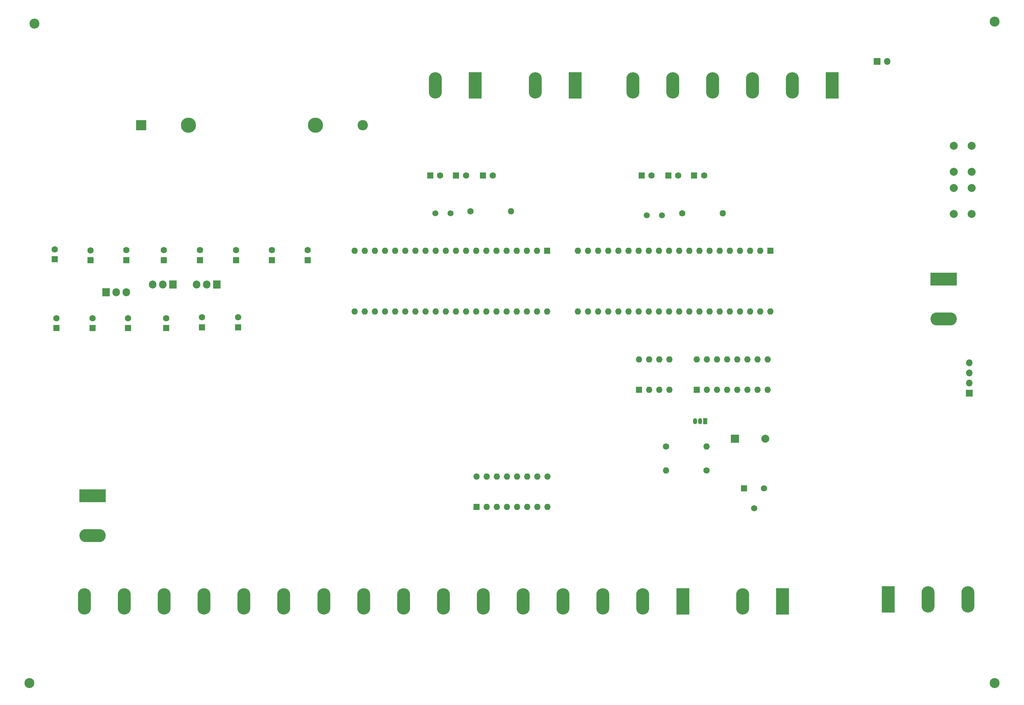
<source format=gbs>
%TF.GenerationSoftware,KiCad,Pcbnew,(6.0.4)*%
%TF.CreationDate,2022-06-08T08:46:44+05:30*%
%TF.ProjectId,Full PCB,46756c6c-2050-4434-922e-6b696361645f,Group 18*%
%TF.SameCoordinates,Original*%
%TF.FileFunction,Soldermask,Bot*%
%TF.FilePolarity,Negative*%
%FSLAX46Y46*%
G04 Gerber Fmt 4.6, Leading zero omitted, Abs format (unit mm)*
G04 Created by KiCad (PCBNEW (6.0.4)) date 2022-06-08 08:46:44*
%MOMM*%
%LPD*%
G01*
G04 APERTURE LIST*
%ADD10R,1.600000X1.600000*%
%ADD11C,1.600000*%
%ADD12R,2.000000X2.000000*%
%ADD13C,2.000000*%
%ADD14C,1.500000*%
%ADD15C,3.800000*%
%ADD16R,2.600000X2.600000*%
%ADD17C,2.600000*%
%ADD18R,3.300000X6.600000*%
%ADD19O,3.300000X6.600000*%
%ADD20R,1.700000X1.700000*%
%ADD21O,1.700000X1.700000*%
%ADD22O,1.600000X1.600000*%
%ADD23R,1.050000X1.500000*%
%ADD24O,1.050000X1.500000*%
%ADD25C,2.500000*%
%ADD26R,1.905000X2.000000*%
%ADD27O,1.905000X2.000000*%
%ADD28R,6.600000X3.300000*%
%ADD29O,6.600000X3.300000*%
%ADD30R,1.560000X1.560000*%
%ADD31C,1.560000*%
G04 APERTURE END LIST*
D10*
%TO.C,C1*%
X179793233Y-185910225D03*
D11*
X179793233Y-183410225D03*
%TD*%
D12*
%TO.C,BZ1*%
X349868233Y-213625000D03*
D13*
X357468233Y-213625000D03*
%TD*%
%TO.C,SW2*%
X404750000Y-150750000D03*
X404750000Y-157250000D03*
X409250000Y-150750000D03*
X409250000Y-157250000D03*
%TD*%
D10*
%TO.C,C3*%
X197703233Y-185910225D03*
D11*
X197703233Y-183410225D03*
%TD*%
D14*
%TO.C,Crystal2*%
X327768233Y-157625000D03*
X331568233Y-157625000D03*
%TD*%
D10*
%TO.C,C13*%
X233793233Y-168865337D03*
D11*
X233793233Y-166365337D03*
%TD*%
D10*
%TO.C,C18*%
X326463121Y-147625000D03*
D11*
X328963121Y-147625000D03*
%TD*%
D14*
%TO.C,Crystal1*%
X274768233Y-157125000D03*
X278568233Y-157125000D03*
%TD*%
D15*
%TO.C,14.8V1*%
X244693233Y-135000000D03*
X212893233Y-135000000D03*
D16*
X200993233Y-135000000D03*
D17*
X256593233Y-135000000D03*
%TD*%
D18*
%TO.C,LCD1*%
X374293233Y-125000000D03*
D19*
X364293233Y-125000000D03*
X354293233Y-125000000D03*
X344293233Y-125000000D03*
X334293233Y-125000000D03*
X324293233Y-125000000D03*
%TD*%
D20*
%TO.C,DCMotor1*%
X408668233Y-202205000D03*
D21*
X408668233Y-199665000D03*
X408668233Y-197125000D03*
X408668233Y-194585000D03*
%TD*%
D10*
%TO.C,U5*%
X325868233Y-201425000D03*
D22*
X328408233Y-201425000D03*
X330948233Y-201425000D03*
X333488233Y-201425000D03*
X333488233Y-193805000D03*
X330948233Y-193805000D03*
X328408233Y-193805000D03*
X325868233Y-193805000D03*
%TD*%
D23*
%TO.C,Q1*%
X342438233Y-209265000D03*
D24*
X341168233Y-209265000D03*
X339898233Y-209265000D03*
%TD*%
D10*
%TO.C,C15*%
X273463121Y-147625000D03*
D11*
X275963121Y-147625000D03*
%TD*%
D10*
%TO.C,C14*%
X242793233Y-168865337D03*
D11*
X242793233Y-166365337D03*
%TD*%
D20*
%TO.C,Servo2*%
X385543233Y-118975000D03*
D21*
X388083233Y-118975000D03*
%TD*%
D25*
%TO.C,REF\u002A\u002A*%
X415000000Y-275000000D03*
%TD*%
D18*
%TO.C,RXD1*%
X284793233Y-125000000D03*
D19*
X274793233Y-125000000D03*
%TD*%
D26*
%TO.C,U1*%
X192253233Y-176945000D03*
D27*
X194793233Y-176945000D03*
X197333233Y-176945000D03*
%TD*%
D28*
%TO.C,GSM1*%
X188793233Y-228000000D03*
D29*
X188793233Y-238000000D03*
%TD*%
D10*
%TO.C,SECONDARY1*%
X302793233Y-166500000D03*
D22*
X300253233Y-166500000D03*
X297713233Y-166500000D03*
X295173233Y-166500000D03*
X292633233Y-166500000D03*
X290093233Y-166500000D03*
X287553233Y-166500000D03*
X285013233Y-166500000D03*
X282473233Y-166500000D03*
X279933233Y-166500000D03*
X277393233Y-166500000D03*
X274853233Y-166500000D03*
X272313233Y-166500000D03*
X269773233Y-166500000D03*
X267233233Y-166500000D03*
X264693233Y-166500000D03*
X262153233Y-166500000D03*
X259613233Y-166500000D03*
X257073233Y-166500000D03*
X254533233Y-166500000D03*
X254533233Y-181740000D03*
X257073233Y-181740000D03*
X259613233Y-181740000D03*
X262153233Y-181740000D03*
X264693233Y-181740000D03*
X267233233Y-181740000D03*
X269773233Y-181740000D03*
X272313233Y-181740000D03*
X274853233Y-181740000D03*
X277393233Y-181740000D03*
X279933233Y-181740000D03*
X282473233Y-181740000D03*
X285013233Y-181740000D03*
X287553233Y-181740000D03*
X290093233Y-181740000D03*
X292633233Y-181740000D03*
X295173233Y-181740000D03*
X297713233Y-181740000D03*
X300253233Y-181740000D03*
X302793233Y-181740000D03*
%TD*%
D25*
%TO.C,REF\u002A\u002A*%
X173000000Y-275000000D03*
%TD*%
D10*
%TO.C,C12*%
X224793233Y-168865337D03*
D11*
X224793233Y-166365337D03*
%TD*%
D26*
%TO.C,U2*%
X209000000Y-175000000D03*
D27*
X206460000Y-175000000D03*
X203920000Y-175000000D03*
%TD*%
D30*
%TO.C,RV2*%
X352168233Y-226125000D03*
D31*
X354668233Y-231125000D03*
X357168233Y-226125000D03*
%TD*%
D11*
%TO.C,R3*%
X342748233Y-221625000D03*
D22*
X332588233Y-221625000D03*
%TD*%
D28*
%TO.C,OpticalEncoder1*%
X402168233Y-173625000D03*
D29*
X402168233Y-183625000D03*
%TD*%
D10*
%TO.C,U6*%
X340293233Y-201425000D03*
D22*
X342833233Y-201425000D03*
X345373233Y-201425000D03*
X347913233Y-201425000D03*
X350453233Y-201425000D03*
X352993233Y-201425000D03*
X355533233Y-201425000D03*
X358073233Y-201425000D03*
X358073233Y-193805000D03*
X355533233Y-193805000D03*
X352993233Y-193805000D03*
X350453233Y-193805000D03*
X347913233Y-193805000D03*
X345373233Y-193805000D03*
X342833233Y-193805000D03*
X340293233Y-193805000D03*
%TD*%
D25*
%TO.C,REF\u002A\u002A*%
X174293233Y-109500000D03*
%TD*%
D10*
%TO.C,C17*%
X286668233Y-147625000D03*
D11*
X289168233Y-147625000D03*
%TD*%
D18*
%TO.C,IR1*%
X361793233Y-254500000D03*
D19*
X351793233Y-254500000D03*
%TD*%
D26*
%TO.C,U3*%
X220000000Y-175000000D03*
D27*
X217460000Y-175000000D03*
X214920000Y-175000000D03*
%TD*%
D11*
%TO.C,R2*%
X336668233Y-157125000D03*
D22*
X346828233Y-157125000D03*
%TD*%
D10*
%TO.C,MAIN1*%
X358793233Y-166500000D03*
D22*
X356253233Y-166500000D03*
X353713233Y-166500000D03*
X351173233Y-166500000D03*
X348633233Y-166500000D03*
X346093233Y-166500000D03*
X343553233Y-166500000D03*
X341013233Y-166500000D03*
X338473233Y-166500000D03*
X335933233Y-166500000D03*
X333393233Y-166500000D03*
X330853233Y-166500000D03*
X328313233Y-166500000D03*
X325773233Y-166500000D03*
X323233233Y-166500000D03*
X320693233Y-166500000D03*
X318153233Y-166500000D03*
X315613233Y-166500000D03*
X313073233Y-166500000D03*
X310533233Y-166500000D03*
X310533233Y-181740000D03*
X313073233Y-181740000D03*
X315613233Y-181740000D03*
X318153233Y-181740000D03*
X320693233Y-181740000D03*
X323233233Y-181740000D03*
X325773233Y-181740000D03*
X328313233Y-181740000D03*
X330853233Y-181740000D03*
X333393233Y-181740000D03*
X335933233Y-181740000D03*
X338473233Y-181740000D03*
X341013233Y-181740000D03*
X343553233Y-181740000D03*
X346093233Y-181740000D03*
X348633233Y-181740000D03*
X351173233Y-181740000D03*
X353713233Y-181740000D03*
X356253233Y-181740000D03*
X358793233Y-181740000D03*
%TD*%
D10*
%TO.C,C11*%
X215793233Y-168865337D03*
D11*
X215793233Y-166365337D03*
%TD*%
D10*
%TO.C,C20*%
X339668233Y-147625000D03*
D11*
X342168233Y-147625000D03*
%TD*%
D10*
%TO.C,C5*%
X216293233Y-185705113D03*
D11*
X216293233Y-183205113D03*
%TD*%
D10*
%TO.C,C2*%
X188793233Y-185910225D03*
D11*
X188793233Y-183410225D03*
%TD*%
D10*
%TO.C,C8*%
X188293233Y-168910225D03*
D11*
X188293233Y-166410225D03*
%TD*%
D10*
%TO.C,C19*%
X333168233Y-147625000D03*
D11*
X335668233Y-147625000D03*
%TD*%
D10*
%TO.C,C10*%
X206703233Y-168865337D03*
D11*
X206703233Y-166365337D03*
%TD*%
D10*
%TO.C,C6*%
X225293233Y-185705113D03*
D11*
X225293233Y-183205113D03*
%TD*%
D10*
%TO.C,C7*%
X179383233Y-168660225D03*
D11*
X179383233Y-166160225D03*
%TD*%
D18*
%TO.C,US1*%
X336793233Y-254500000D03*
D19*
X326793233Y-254500000D03*
X316793233Y-254500000D03*
X306793233Y-254500000D03*
X296793233Y-254500000D03*
X286793233Y-254500000D03*
X276793233Y-254500000D03*
X266793233Y-254500000D03*
X256793233Y-254500000D03*
X246793233Y-254500000D03*
X236793233Y-254500000D03*
X226793233Y-254500000D03*
X216793233Y-254500000D03*
X206793233Y-254500000D03*
X196793233Y-254500000D03*
X186793233Y-254500000D03*
%TD*%
D25*
%TO.C,REF\u002A\u002A*%
X415000000Y-109000000D03*
%TD*%
D11*
%TO.C,R1*%
X283588233Y-156625000D03*
D22*
X293748233Y-156625000D03*
%TD*%
D10*
%TO.C,U4*%
X285125000Y-230800000D03*
D22*
X287665000Y-230800000D03*
X290205000Y-230800000D03*
X292745000Y-230800000D03*
X295285000Y-230800000D03*
X297825000Y-230800000D03*
X300365000Y-230800000D03*
X302905000Y-230800000D03*
X302905000Y-223180000D03*
X300365000Y-223180000D03*
X297825000Y-223180000D03*
X295285000Y-223180000D03*
X292745000Y-223180000D03*
X290205000Y-223180000D03*
X287665000Y-223180000D03*
X285125000Y-223180000D03*
%TD*%
D10*
%TO.C,C16*%
X279963121Y-147625000D03*
D11*
X282463121Y-147625000D03*
%TD*%
D10*
%TO.C,C4*%
X207293233Y-185910225D03*
D11*
X207293233Y-183410225D03*
%TD*%
D18*
%TO.C,Servo1*%
X309793233Y-125000000D03*
D19*
X299793233Y-125000000D03*
%TD*%
D11*
%TO.C,R4*%
X332588233Y-215625000D03*
D22*
X342748233Y-215625000D03*
%TD*%
D10*
%TO.C,C9*%
X197293233Y-168865337D03*
D11*
X197293233Y-166365337D03*
%TD*%
D18*
%TO.C,RV1*%
X388293233Y-254000000D03*
D19*
X398293233Y-254000000D03*
X408293233Y-254000000D03*
%TD*%
D13*
%TO.C,SW1*%
X404750000Y-146700000D03*
X404750000Y-140200000D03*
X409250000Y-146700000D03*
X409250000Y-140200000D03*
%TD*%
M02*

</source>
